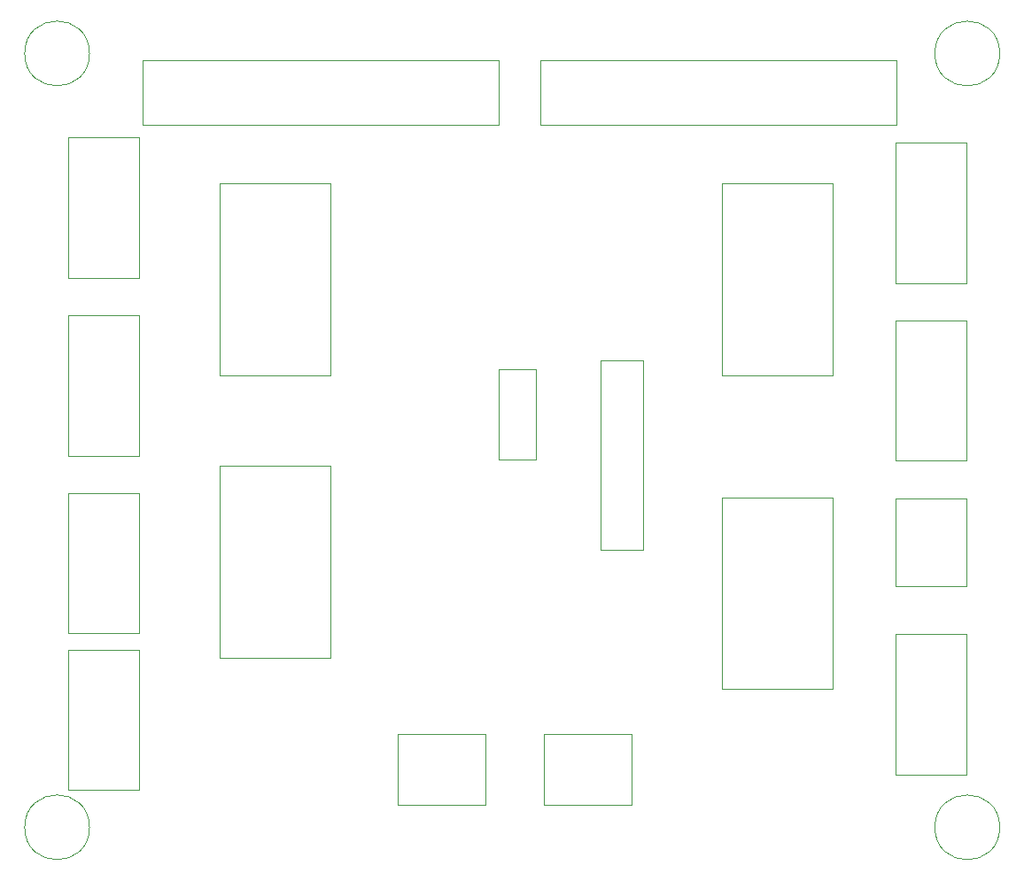
<source format=gbr>
%TF.GenerationSoftware,KiCad,Pcbnew,5.1.10-88a1d61d58~90~ubuntu20.04.1*%
%TF.CreationDate,2022-03-25T12:28:49+00:00*%
%TF.ProjectId,blanking_board,626c616e-6b69-46e6-975f-626f6172642e,rev?*%
%TF.SameCoordinates,Original*%
%TF.FileFunction,Other,User*%
%FSLAX46Y46*%
G04 Gerber Fmt 4.6, Leading zero omitted, Abs format (unit mm)*
G04 Created by KiCad (PCBNEW 5.1.10-88a1d61d58~90~ubuntu20.04.1) date 2022-03-25 12:28:49*
%MOMM*%
%LPD*%
G01*
G04 APERTURE LIST*
%ADD10C,0.050000*%
G04 APERTURE END LIST*
D10*
%TO.C,J6*%
X109850000Y-121450000D02*
X109850000Y-108050000D01*
X103100000Y-121450000D02*
X109850000Y-121450000D01*
X103100000Y-108050000D02*
X103100000Y-121450000D01*
X109850000Y-108050000D02*
X103100000Y-108050000D01*
%TO.C,U2*%
X176100000Y-63450000D02*
X165550000Y-63450000D01*
X176100000Y-81800000D02*
X176100000Y-63450000D01*
X165550000Y-81800000D02*
X176100000Y-81800000D01*
X165550000Y-63450000D02*
X165550000Y-81800000D01*
%TO.C,J11*%
X110200000Y-51650000D02*
X110200000Y-57800000D01*
X144250000Y-51650000D02*
X110200000Y-51650000D01*
X144250000Y-57800000D02*
X144250000Y-51650000D01*
X110200000Y-57800000D02*
X144250000Y-57800000D01*
%TO.C,J12*%
X148200000Y-57800000D02*
X182250000Y-57800000D01*
X182250000Y-57800000D02*
X182250000Y-51650000D01*
X182250000Y-51650000D02*
X148200000Y-51650000D01*
X148200000Y-51650000D02*
X148200000Y-57800000D01*
%TO.C,JP1*%
X144200000Y-81200000D02*
X144200000Y-89850000D01*
X144200000Y-89850000D02*
X147800000Y-89850000D01*
X147800000Y-89850000D02*
X147800000Y-81200000D01*
X147800000Y-81200000D02*
X144200000Y-81200000D01*
%TO.C,R1*%
X153950000Y-98450000D02*
X158050000Y-98450000D01*
X158050000Y-98450000D02*
X158050000Y-80310000D01*
X158050000Y-80310000D02*
X153950000Y-80310000D01*
X153950000Y-80310000D02*
X153950000Y-98450000D01*
%TO.C,U1*%
X176100000Y-93450000D02*
X165550000Y-93450000D01*
X176100000Y-111800000D02*
X176100000Y-93450000D01*
X165550000Y-111800000D02*
X176100000Y-111800000D01*
X165550000Y-93450000D02*
X165550000Y-111800000D01*
%TO.C,U3*%
X117550000Y-90450000D02*
X117550000Y-108800000D01*
X117550000Y-108800000D02*
X128100000Y-108800000D01*
X128100000Y-108800000D02*
X128100000Y-90450000D01*
X128100000Y-90450000D02*
X117550000Y-90450000D01*
%TO.C,U4*%
X117550000Y-63450000D02*
X117550000Y-81800000D01*
X117550000Y-81800000D02*
X128100000Y-81800000D01*
X128100000Y-81800000D02*
X128100000Y-63450000D01*
X128100000Y-63450000D02*
X117550000Y-63450000D01*
%TO.C,J1*%
X182150000Y-72950000D02*
X188900000Y-72950000D01*
X188900000Y-72950000D02*
X188900000Y-59550000D01*
X188900000Y-59550000D02*
X182150000Y-59550000D01*
X182150000Y-59550000D02*
X182150000Y-72950000D01*
%TO.C,J2*%
X182150000Y-76550000D02*
X182150000Y-89950000D01*
X188900000Y-76550000D02*
X182150000Y-76550000D01*
X188900000Y-89950000D02*
X188900000Y-76550000D01*
X182150000Y-89950000D02*
X188900000Y-89950000D01*
%TO.C,J3*%
X109850000Y-106450000D02*
X109850000Y-93050000D01*
X103100000Y-106450000D02*
X109850000Y-106450000D01*
X103100000Y-93050000D02*
X103100000Y-106450000D01*
X109850000Y-93050000D02*
X103100000Y-93050000D01*
%TO.C,J4*%
X182150000Y-93550000D02*
X182150000Y-101950000D01*
X188900000Y-93550000D02*
X182150000Y-93550000D01*
X188900000Y-101950000D02*
X188900000Y-93550000D01*
X182150000Y-101950000D02*
X188900000Y-101950000D01*
%TO.C,J5*%
X109850000Y-72450000D02*
X109850000Y-59050000D01*
X103100000Y-72450000D02*
X109850000Y-72450000D01*
X103100000Y-59050000D02*
X103100000Y-72450000D01*
X109850000Y-59050000D02*
X103100000Y-59050000D01*
%TO.C,J7*%
X109850000Y-76050000D02*
X103100000Y-76050000D01*
X103100000Y-76050000D02*
X103100000Y-89450000D01*
X103100000Y-89450000D02*
X109850000Y-89450000D01*
X109850000Y-89450000D02*
X109850000Y-76050000D01*
%TO.C,J8*%
X182150000Y-119950000D02*
X188900000Y-119950000D01*
X188900000Y-119950000D02*
X188900000Y-106550000D01*
X188900000Y-106550000D02*
X182150000Y-106550000D01*
X182150000Y-106550000D02*
X182150000Y-119950000D01*
%TO.C,J9*%
X142950000Y-122850000D02*
X142950000Y-116100000D01*
X142950000Y-116100000D02*
X134550000Y-116100000D01*
X134550000Y-116100000D02*
X134550000Y-122850000D01*
X134550000Y-122850000D02*
X142950000Y-122850000D01*
%TO.C,J10*%
X148550000Y-122850000D02*
X156950000Y-122850000D01*
X148550000Y-116100000D02*
X148550000Y-122850000D01*
X156950000Y-116100000D02*
X148550000Y-116100000D01*
X156950000Y-122850000D02*
X156950000Y-116100000D01*
%TO.C,H1*%
X105100000Y-51000000D02*
G75*
G03*
X105100000Y-51000000I-3100000J0D01*
G01*
%TO.C,H2*%
X105100000Y-125000000D02*
G75*
G03*
X105100000Y-125000000I-3100000J0D01*
G01*
%TO.C,H3*%
X192100000Y-125000000D02*
G75*
G03*
X192100000Y-125000000I-3100000J0D01*
G01*
%TO.C,H4*%
X192100000Y-51000000D02*
G75*
G03*
X192100000Y-51000000I-3100000J0D01*
G01*
%TD*%
M02*

</source>
